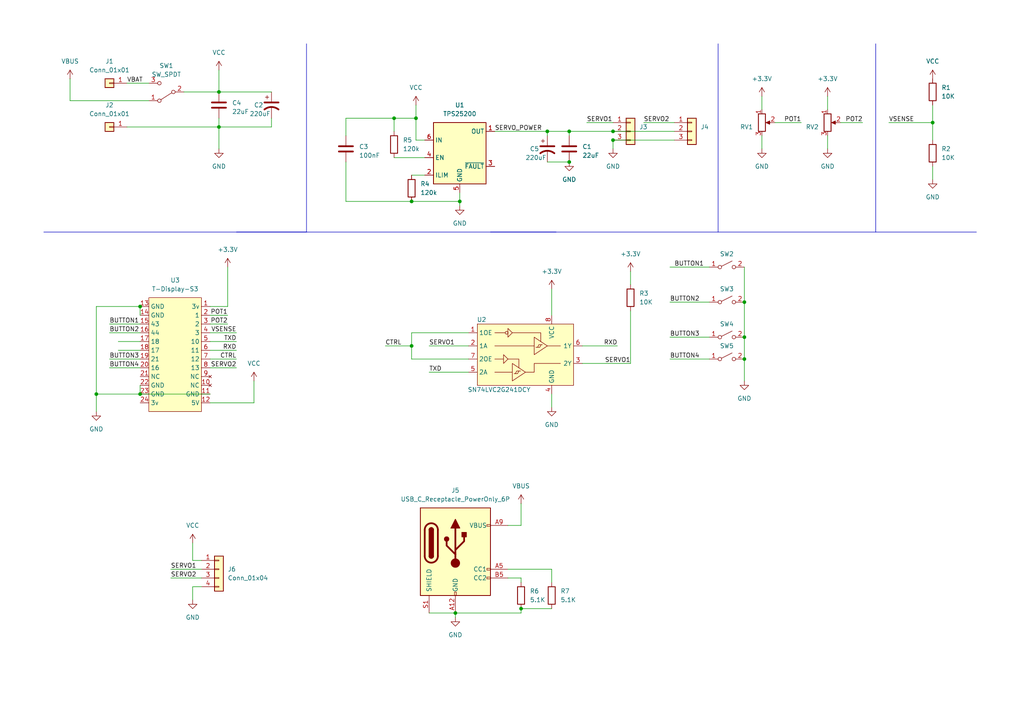
<source format=kicad_sch>
(kicad_sch (version 20250114) (generator "eeschema") (generator_version "9.0")
  (paper "A4")
  (lib_symbols
    (symbol "BuffersLogic_74S:SN74LVC2G241DC"
      (property "Reference" "U2" (at -12.7 8.89 0))
      (property "Value" "SN74LVC2G241DCY" (at -7.62 -11.43 0))
      (symbol "SN74LVC2G241DC_0_1"
        (rectangle (start -13.97 7.62) (end 13.97 -10.16) (fill (type background)))
        (polyline (pts (xy -8.89 5.08) (xy -5.8943 5.0824)))
        (polyline (pts (xy -8.89 -2.54) (xy -6.35 -2.54) (xy -6.35 -1.27) (xy -5.08 -2.54) (xy -6.35 -3.81) (xy -6.35 -2.54)))
        (polyline (pts (xy -8.89 -6.35) (xy -3.81 -6.35) (xy -3.81 -3.81) (xy 0 -6.35) (xy -3.81 -8.89) (xy -3.81 -6.35)))
        (circle (center -5.461 5.08) (radius 0.399))
        (polyline (pts (xy -5.08 5.08) (xy -5.08 5.08) (xy -5.08 6.35) (xy -3.81 5.08) (xy -5.08 3.81) (xy -5.08 5.08)))
        (polyline (pts (xy -5.08 -2.54) (xy -1.905 -2.54) (xy -1.905 -5.08)))
        (polyline (pts (xy -3.81 5.08) (xy 4.445 5.08) (xy 4.445 2.54)))
        (polyline (pts (xy -3.3011 -6.7666) (xy -2.2851 -6.7666) (xy -1.9041 -6.0046) (xy -1.3961 -6.0046)))
        (polyline (pts (xy -2.9201 -6.7666) (xy -2.5391 -6.0046) (xy -1.9041 -6.0046)))
        (polyline (pts (xy 2.54 1.27) (xy 2.54 1.27) (xy -8.89 1.27)))
        (polyline (pts (xy 4.5346 1.628) (xy 4.1536 0.866) (xy 3.5186 0.866)))
        (polyline (pts (xy 4.9156 1.628) (xy 3.8996 1.628) (xy 3.5186 0.866) (xy 3.0106 0.866)))
        (polyline (pts (xy 6.35 1.27) (xy 10.16 1.27)))
        (polyline (pts (xy 6.35 1.27) (xy 2.54 -1.27) (xy 2.54 3.81) (xy 6.35 1.27)))
        (polyline (pts (xy 10.16 -3.81) (xy 2.54 -3.81) (xy 2.54 -6.35) (xy 0 -6.35)))
      )
      (symbol "SN74LVC2G241DC_1_1"
        (pin input line (at -16.51 5.08 0) (length 2.54) (name "1OE") (number "1"))
        (pin input line (at -16.51 1.27 0) (length 2.54) (name "1A") (number "2"))
        (pin input line (at -16.51 -2.54 0) (length 2.54) (name "2OE") (number "7"))
        (pin input line (at -16.51 -6.35 0) (length 2.54) (name "2A") (number "5"))
        (pin power_in line (at 7.62 10.16 270) (length 2.54) (name "VCC") (number "8"))
        (pin power_in line (at 7.62 -12.7 90) (length 2.54) (name "GND") (number "4"))
        (pin output line (at 16.51 1.27 180) (length 2.54) (name "1Y") (number "6"))
        (pin output line (at 16.51 -3.81 180) (length 2.54) (name "2Y") (number "3"))
      )
    )
    (symbol "Connector:USB_C_Receptacle_PowerOnly_6P" (pin_names (offset 1.016))
      (property "Reference" "J" (at 0 16.51 0))
      (property "Value" "USB_C_Receptacle_PowerOnly_6P" (at 0 13.97 0))
      (symbol "USB_C_Receptacle_PowerOnly_6P_0_0"
        (rectangle (start -0.254 -12.7) (end 0.254 -11.684))
        (rectangle (start 10.16 7.874) (end 9.144 7.366))
        (rectangle (start 10.16 -4.826) (end 9.144 -5.334))
        (rectangle (start 10.16 -7.366) (end 9.144 -7.874))
      )
      (symbol "USB_C_Receptacle_PowerOnly_6P_0_1"
        (rectangle (start -10.16 12.7) (end 10.16 -12.7) (stroke (width 0.254)) (fill (type background)))
        (polyline (pts (xy -8.89 -1.27) (xy -8.89 6.35)) (stroke (width 0.508)))
        (rectangle (start -7.62 -1.27) (end -6.35 6.35) (stroke (width 0.254)) (fill (type outline)))
        (arc (start -7.62 6.35) (mid -6.985 6.9823) (end -6.35 6.35) (stroke (width 0.254)))
        (arc (start -7.62 6.35) (mid -6.985 6.9823) (end -6.35 6.35) (stroke (width 0.254)) (fill (type outline)))
        (arc (start -8.89 6.35) (mid -6.985 8.2467) (end -5.08 6.35) (stroke (width 0.508)))
        (arc (start -5.08 -1.27) (mid -6.985 -3.1667) (end -8.89 -1.27) (stroke (width 0.508)))
        (arc (start -6.35 -1.27) (mid -6.985 -1.9023) (end -7.62 -1.27) (stroke (width 0.254)))
        (arc (start -6.35 -1.27) (mid -6.985 -1.9023) (end -7.62 -1.27) (stroke (width 0.254)) (fill (type outline)))
        (polyline (pts (xy -5.08 6.35) (xy -5.08 -1.27)) (stroke (width 0.508)))
        (circle (center -2.54 3.683) (radius 0.635) (stroke (width 0.254)) (fill (type outline)))
        (polyline (pts (xy -1.27 6.858) (xy 0 9.398) (xy 1.27 6.858) (xy -1.27 6.858)) (stroke (width 0.254)) (fill (type outline)))
        (polyline (pts (xy 0 0.508) (xy 2.54 3.048) (xy 2.54 4.318)) (stroke (width 0.508)))
        (polyline (pts (xy 0 -0.762) (xy -2.54 1.778) (xy -2.54 3.048)) (stroke (width 0.508)))
        (polyline (pts (xy 0 -3.302) (xy 0 6.858)) (stroke (width 0.508)))
        (circle (center 0 -3.302) (radius 1.27) (fill (type outline)))
        (rectangle (start 1.905 4.318) (end 3.175 5.588) (stroke (width 0.254)) (fill (type outline)))
      )
      (symbol "USB_C_Receptacle_PowerOnly_6P_1_1"
        (pin passive line (at -7.62 -17.78 90) (length 5.08) (name "SHIELD") (number "S1"))
        (pin passive line (at 0 -17.78 90) (length 5.08) (name "GND") (number "A12"))
        (pin passive line (at 0 -17.78 90) (length 5.08) (hide yes) (name "GND") (number "B12"))
        (pin passive line (at 15.24 7.62 180) (length 5.08) (name "VBUS") (number "A9"))
        (pin passive line (at 15.24 7.62 180) (length 5.08) (hide yes) (name "VBUS") (number "B9"))
        (pin bidirectional line (at 15.24 -5.08 180) (length 5.08) (name "CC1") (number "A5"))
        (pin bidirectional line (at 15.24 -7.62 180) (length 5.08) (name "CC2") (number "B5"))
      )
    )
    (symbol "Connector_Generic:Conn_01x01" (pin_names (offset 1.016) (hide yes))
      (property "Reference" "J" (at 0 2.54 0))
      (property "Value" "Conn_01x01" (at 0 -2.54 0))
      (symbol "Conn_01x01_1_1"
        (rectangle (start -1.27 1.27) (end 1.27 -1.27) (stroke (width 0.254)) (fill (type background)))
        (rectangle (start -1.27 0.127) (end 0 -0.127) (stroke (width 0.1524)))
        (pin passive line (at -5.08 0 0) (length 3.81) (name "Pin_1") (number "1"))
      )
    )
    (symbol "Connector_Generic:Conn_01x03" (pin_names (offset 1.016) (hide yes))
      (property "Reference" "J" (at 0 5.08 0))
      (property "Value" "Conn_01x03" (at 0 -5.08 0))
      (symbol "Conn_01x03_1_1"
        (rectangle (start -1.27 3.81) (end 1.27 -3.81) (stroke (width 0.254)) (fill (type background)))
        (rectangle (start -1.27 2.667) (end 0 2.413) (stroke (width 0.1524)))
        (rectangle (start -1.27 0.127) (end 0 -0.127) (stroke (width 0.1524)))
        (rectangle (start -1.27 -2.413) (end 0 -2.667) (stroke (width 0.1524)))
        (pin passive line (at -5.08 2.54 0) (length 3.81) (name "Pin_1") (number "1"))
        (pin passive line (at -5.08 0 0) (length 3.81) (name "Pin_2") (number "2"))
        (pin passive line (at -5.08 -2.54 0) (length 3.81) (name "Pin_3") (number "3"))
      )
    )
    (symbol "Connector_Generic:Conn_01x04" (pin_names (offset 1.016) (hide yes))
      (property "Reference" "J" (at 0 5.08 0))
      (property "Value" "Conn_01x04" (at 0 -7.62 0))
      (symbol "Conn_01x04_1_1"
        (rectangle (start -1.27 3.81) (end 1.27 -6.35) (stroke (width 0.254)) (fill (type background)))
        (rectangle (start -1.27 2.667) (end 0 2.413) (stroke (width 0.1524)))
        (rectangle (start -1.27 0.127) (end 0 -0.127) (stroke (width 0.1524)))
        (rectangle (start -1.27 -2.413) (end 0 -2.667) (stroke (width 0.1524)))
        (rectangle (start -1.27 -4.953) (end 0 -5.207) (stroke (width 0.1524)))
        (pin passive line (at -5.08 2.54 0) (length 3.81) (name "Pin_1") (number "1"))
        (pin passive line (at -5.08 0 0) (length 3.81) (name "Pin_2") (number "2"))
        (pin passive line (at -5.08 -2.54 0) (length 3.81) (name "Pin_3") (number "3"))
        (pin passive line (at -5.08 -5.08 0) (length 3.81) (name "Pin_4") (number "4"))
      )
    )
    (symbol "Device:C" (pin_numbers (hide yes)) (pin_names (offset 0.254))
      (property "Reference" "C" (at 0.635 2.54 0))
      (property "Value" "C" (at 0.635 -2.54 0))
      (symbol "C_0_1"
        (polyline (pts (xy -2.032 0.762) (xy 2.032 0.762)) (stroke (width 0.508)))
        (polyline (pts (xy -2.032 -0.762) (xy 2.032 -0.762)) (stroke (width 0.508)))
      )
      (symbol "C_1_1"
        (pin passive line (at 0 3.81 270) (length 2.794) (name "~") (number "1"))
        (pin passive line (at 0 -3.81 90) (length 2.794) (name "~") (number "2"))
      )
    )
    (symbol "Device:C_Polarized_US" (pin_numbers (hide yes)) (pin_names (offset 0.254) (hide yes))
      (property "Reference" "C" (at 0.635 2.54 0))
      (property "Value" "C_Polarized_US" (at 0.635 -2.54 0))
      (symbol "C_Polarized_US_0_1"
        (polyline (pts (xy -2.032 0.762) (xy 2.032 0.762)) (stroke (width 0.508)))
        (polyline (pts (xy -1.778 2.286) (xy -0.762 2.286)))
        (polyline (pts (xy -1.27 1.778) (xy -1.27 2.794)))
        (arc (start -2.032 -1.27) (mid 0 -0.5572) (end 2.032 -1.27) (stroke (width 0.508)))
      )
      (symbol "C_Polarized_US_1_1"
        (pin passive line (at 0 3.81 270) (length 2.794) (name "~") (number "1"))
        (pin passive line (at 0 -3.81 90) (length 3.302) (name "~") (number "2"))
      )
    )
    (symbol "Device:R" (pin_numbers (hide yes)) (pin_names (offset 0))
      (property "Reference" "R" (at 2.032 0 90))
      (property "Value" "R" (at 0 0 90))
      (symbol "R_0_1"
        (rectangle (start -1.016 -2.54) (end 1.016 2.54) (stroke (width 0.254)))
      )
      (symbol "R_1_1"
        (pin passive line (at 0 3.81 270) (length 1.27) (name "~") (number "1"))
        (pin passive line (at 0 -3.81 90) (length 1.27) (name "~") (number "2"))
      )
    )
    (symbol "Device:R_Potentiometer" (pin_names (offset 1.016) (hide yes))
      (property "Reference" "RV" (at -4.445 0 90))
      (property "Value" "R_Potentiometer" (at -2.54 0 90))
      (symbol "R_Potentiometer_0_1"
        (rectangle (start 1.016 2.54) (end -1.016 -2.54) (stroke (width 0.254)))
        (polyline (pts (xy 1.143 0) (xy 2.286 0.508) (xy 2.286 -0.508) (xy 1.143 0)) (fill (type outline)))
        (polyline (pts (xy 2.54 0) (xy 1.524 0)))
      )
      (symbol "R_Potentiometer_1_1"
        (pin passive line (at 0 3.81 270) (length 1.27) (name "1") (number "1"))
        (pin passive line (at 0 -3.81 90) (length 1.27) (name "3") (number "3"))
        (pin passive line (at 3.81 0 180) (length 1.27) (name "2") (number "2"))
      )
    )
    (symbol "Switch:SW_SPDT" (pin_names (offset 0) (hide yes))
      (property "Reference" "SW" (at 0 4.318 0))
      (property "Value" "SW_SPDT" (at 0 -5.08 0))
      (symbol "SW_SPDT_0_0"
        (circle (center -2.032 0) (radius 0.508))
        (circle (center 2.032 -2.54) (radius 0.508))
      )
      (symbol "SW_SPDT_0_1"
        (polyline (pts (xy -1.524 0.254) (xy 1.651 2.286)))
        (circle (center 2.032 2.54) (radius 0.508))
      )
      (symbol "SW_SPDT_1_1"
        (pin passive line (at -5.08 0 0) (length 2.54) (name "B") (number "2"))
        (pin passive line (at 5.08 2.54 180) (length 2.54) (name "A") (number "1"))
        (pin passive line (at 5.08 -2.54 180) (length 2.54) (name "C") (number "3"))
      )
    )
    (symbol "Switch:SW_SPST" (pin_names (offset 0) (hide yes))
      (property "Reference" "SW" (at 0 3.175 0))
      (property "Value" "SW_SPST" (at 0 -2.54 0))
      (symbol "SW_SPST_0_0"
        (circle (center -2.032 0) (radius 0.508))
        (polyline (pts (xy -1.524 0.254) (xy 1.524 1.778)))
        (circle (center 2.032 0) (radius 0.508))
      )
      (symbol "SW_SPST_1_1"
        (pin passive line (at -5.08 0 0) (length 2.54) (name "A") (number "1"))
        (pin passive line (at 5.08 0 180) (length 2.54) (name "B") (number "2"))
      )
    )
    (symbol "power:+3.3V" (power) (pin_names (offset 0))
      (property "Value" "+3.3V" (at 0 3.556 0))
      (symbol "+3.3V_0_1"
        (polyline (pts (xy -0.762 1.27) (xy 0 2.54)))
        (polyline (pts (xy 0 2.54) (xy 0.762 1.27)))
        (polyline (pts (xy 0 0) (xy 0 2.54)))
      )
      (symbol "+3.3V_1_1"
        (pin power_in line (at 0 0 90) (length 0) (hide yes) (name "+3.3V") (number "1"))
      )
    )
    (symbol "power:GND" (power) (pin_names (offset 0))
      (property "Value" "GND" (at 0 -3.81 0))
      (symbol "GND_0_1"
        (polyline (pts (xy 0 0) (xy 0 -1.27) (xy 1.27 -1.27) (xy 0 -2.54) (xy -1.27 -1.27) (xy 0 -1.27)))
      )
      (symbol "GND_1_1"
        (pin power_in line (at 0 0 270) (length 0) (hide yes) (name "GND") (number "1"))
      )
    )
    (symbol "power:VBUS" (power) (pin_numbers (hide yes)) (pin_names (offset 0) (hide yes))
      (property "Value" "VBUS" (at 0 3.556 0))
      (symbol "VBUS_0_1"
        (polyline (pts (xy -0.762 1.27) (xy 0 2.54)))
        (polyline (pts (xy 0 2.54) (xy 0.762 1.27)))
        (polyline (pts (xy 0 0) (xy 0 2.54)))
      )
      (symbol "VBUS_1_1"
        (pin power_in line (at 0 0 90) (length 0) (name "~") (number "1"))
      )
    )
    (symbol "power:VCC" (power) (pin_names (offset 0))
      (property "Value" "VCC" (at 0 3.81 0))
      (symbol "VCC_0_1"
        (polyline (pts (xy -0.762 1.27) (xy 0 2.54)))
        (polyline (pts (xy 0 2.54) (xy 0.762 1.27)))
        (polyline (pts (xy 0 0) (xy 0 2.54)))
      )
      (symbol "VCC_1_1"
        (pin power_in line (at 0 0 90) (length 0) (hide yes) (name "VCC") (number "1"))
      )
    )
    (symbol "shurik-personal:T-Display-S3"
      (property "Reference" "U" (at -16.51 -2.54 0))
      (property "Value" "T-Display-S3" (at -11.43 -5.08 0))
      (symbol "T-Display-S3_0_1"
        (rectangle (start -15.24 33.02) (end 0 0) (fill (type background)))
      )
      (symbol "T-Display-S3_1_1"
        (pin power_in line (at -17.78 30.48 0) (length 2.54) (name "GND") (number "13"))
        (pin power_in line (at -17.78 27.94 0) (length 2.54) (name "GND") (number "14"))
        (pin bidirectional line (at -17.78 25.4 0) (length 2.54) (name "43") (number "15"))
        (pin bidirectional line (at -17.78 22.86 0) (length 2.54) (name "44") (number "16"))
        (pin bidirectional line (at -17.78 20.32 0) (length 2.54) (name "18") (number "17"))
        (pin bidirectional line (at -17.78 17.78 0) (length 2.54) (name "17") (number "18"))
        (pin bidirectional line (at -17.78 15.24 0) (length 2.54) (name "21") (number "19"))
        (pin bidirectional line (at -17.78 12.7 0) (length 2.54) (name "16") (number "20"))
        (pin bidirectional line (at -17.78 10.16 0) (length 2.54) (name "NC") (number "21"))
        (pin power_in line (at -17.78 7.62 0) (length 2.54) (name "GND") (number "22"))
        (pin power_in line (at -17.78 5.08 0) (length 2.54) (name "GND") (number "23"))
        (pin power_in line (at -17.78 2.54 0) (length 2.54) (name "3v") (number "24"))
        (pin power_in line (at 2.54 30.48 180) (length 2.54) (name "3v") (number "1"))
        (pin bidirectional line (at 2.54 27.94 180) (length 2.54) (name "1") (number "2"))
        (pin bidirectional line (at 2.54 25.4 180) (length 2.54) (name "2") (number "3"))
        (pin bidirectional line (at 2.54 22.86 180) (length 2.54) (name "3") (number "4"))
        (pin bidirectional line (at 2.54 20.32 180) (length 2.54) (name "10") (number "5"))
        (pin bidirectional line (at 2.54 17.78 180) (length 2.54) (name "11") (number "6"))
        (pin bidirectional line (at 2.54 15.24 180) (length 2.54) (name "12") (number "7"))
        (pin bidirectional line (at 2.54 12.7 180) (length 2.54) (name "13") (number "8"))
        (pin no_connect line (at 2.54 10.16 180) (length 2.54) (name "NC") (number "9"))
        (pin no_connect line (at 2.54 7.62 180) (length 2.54) (name "NC") (number "10"))
        (pin power_in line (at 2.54 5.08 180) (length 2.54) (name "GND") (number "11"))
        (pin power_in line (at 2.54 2.54 180) (length 2.54) (name "5V") (number "12"))
      )
    )
    (symbol "shurik-personal:TPS25200"
      (property "Reference" "U" (at -7.62 -11.43 0))
      (property "Value" "TPS25200" (at -7.62 8.89 0))
      (symbol "TPS25200_0_1"
        (rectangle (start -7.62 7.62) (end 7.62 -10.16) (stroke (width 0.254)) (fill (type background)))
      )
      (symbol "TPS25200_1_1"
        (pin power_in line (at -10.16 2.54 0) (length 2.54) (name "IN") (number "6"))
        (pin input line (at -10.16 -2.54 0) (length 2.54) (name "EN") (number "4"))
        (pin passive line (at -10.16 -7.62 0) (length 2.54) (name "ILIM") (number "2"))
        (pin power_in line (at 0 -12.7 90) (length 2.54) (name "GND") (number "5"))
        (pin passive line (at 0 -12.7 90) (length 2.54) (hide yes) (name "GND") (number "7"))
        (pin power_out line (at 10.16 5.08 180) (length 2.54) (name "OUT") (number "1"))
        (pin open_collector line (at 10.16 -5.08 180) (length 2.54) (name "~{FAULT}") (number "3"))
      )
    )
  )
  (junction (at 119.38 100.33))
  (junction (at 119.38 58.42))
  (junction (at 27.94 114.3))
  (junction (at 158.75 38.1))
  (junction (at 215.9 97.79))
  (junction (at 165.1 46.99))
  (junction (at 215.9 87.63))
  (junction (at 151.13 176.53))
  (junction (at 270.51 35.56))
  (junction (at 120.65 34.29))
  (junction (at 165.1 38.1))
  (junction (at 40.64 114.3))
  (junction (at 133.35 58.42))
  (junction (at 215.9 104.14))
  (junction (at 114.3 34.29))
  (junction (at 40.64 88.9))
  (junction (at 132.08 177.8))
  (junction (at 177.8 38.1))
  (junction (at 63.5 26.67))
  (junction (at 63.5 36.83))
  (junction (at 177.8 40.64))
  (wire (pts (xy 66.04 77.47) (xy 66.04 88.9)))
  (wire (pts (xy 151.13 176.53) (xy 151.13 177.8)))
  (wire (pts (xy 34.29 101.6) (xy 40.64 101.6)))
  (wire (pts (xy 20.32 22.86) (xy 20.32 29.21)))
  (wire (pts (xy 55.88 170.18) (xy 55.88 173.99)))
  (wire (pts (xy 250.19 35.56) (xy 243.84 35.56)))
  (wire (pts (xy 133.35 58.42) (xy 133.35 55.88)))
  (wire (pts (xy 123.19 40.64) (xy 120.65 40.64)))
  (wire (pts (xy 270.51 48.26) (xy 270.51 52.07)))
  (wire (pts (xy 114.3 34.29) (xy 120.65 34.29)))
  (wire (pts (xy 240.03 43.18) (xy 240.03 39.37)))
  (wire (pts (xy 60.96 96.52) (xy 68.58 96.52)))
  (wire (pts (xy 63.5 36.83) (xy 78.74 36.83)))
  (wire (pts (xy 31.75 93.98) (xy 40.64 93.98)))
  (wire (pts (xy 60.96 101.6) (xy 68.58 101.6)))
  (wire (pts (xy 232.41 35.56) (xy 224.79 35.56)))
  (wire (pts (xy 165.1 38.1) (xy 177.8 38.1)))
  (wire (pts (xy 40.64 114.3) (xy 60.96 114.3)))
  (wire (pts (xy 186.69 35.56) (xy 195.58 35.56)))
  (wire (pts (xy 147.32 167.64) (xy 151.13 167.64)))
  (wire (pts (xy 119.38 58.42) (xy 100.33 58.42)))
  (wire (pts (xy 111.76 100.33) (xy 119.38 100.33)))
  (wire (pts (xy 257.81 35.56) (xy 270.51 35.56)))
  (wire (pts (xy 60.96 93.98) (xy 66.04 93.98)))
  (wire (pts (xy 100.33 34.29) (xy 100.33 39.37)))
  (wire (pts (xy 165.1 38.1) (xy 165.1 39.37)))
  (wire (pts (xy 160.02 114.3) (xy 160.02 118.11)))
  (wire (pts (xy 158.75 38.1) (xy 165.1 38.1)))
  (wire (pts (xy 63.5 26.67) (xy 78.74 26.67)))
  (wire (pts (xy 60.96 106.68) (xy 68.58 106.68)))
  (wire (pts (xy 215.9 77.47) (xy 215.9 87.63)))
  (wire (pts (xy 177.8 38.1) (xy 195.58 38.1)))
  (wire (pts (xy 60.96 91.44) (xy 66.04 91.44)))
  (wire (pts (xy 151.13 176.53) (xy 160.02 176.53)))
  (wire (pts (xy 60.96 99.06) (xy 68.58 99.06)))
  (wire (pts (xy 100.33 46.99) (xy 100.33 58.42)))
  (wire (pts (xy 132.08 177.8) (xy 132.08 179.07)))
  (wire (pts (xy 194.31 77.47) (xy 205.74 77.47)))
  (polyline (pts (xy 161.29 67.31) (xy 142.24 67.31)))
  (wire (pts (xy 114.3 34.29) (xy 114.3 38.1)))
  (wire (pts (xy 31.75 106.68) (xy 40.64 106.68)))
  (wire (pts (xy 49.53 165.1) (xy 58.42 165.1)))
  (wire (pts (xy 36.83 36.83) (xy 63.5 36.83)))
  (wire (pts (xy 240.03 31.75) (xy 240.03 27.94)))
  (wire (pts (xy 27.94 88.9) (xy 27.94 114.3)))
  (wire (pts (xy 119.38 96.52) (xy 119.38 100.33)))
  (wire (pts (xy 158.75 46.99) (xy 165.1 46.99)))
  (wire (pts (xy 63.5 36.83) (xy 63.5 43.18)))
  (wire (pts (xy 73.66 110.49) (xy 73.66 116.84)))
  (wire (pts (xy 55.88 157.48) (xy 55.88 162.56)))
  (wire (pts (xy 31.75 96.52) (xy 40.64 96.52)))
  (wire (pts (xy 27.94 114.3) (xy 27.94 119.38)))
  (wire (pts (xy 270.51 35.56) (xy 270.51 40.64)))
  (wire (pts (xy 40.64 88.9) (xy 40.64 91.44)))
  (wire (pts (xy 220.98 43.18) (xy 220.98 39.37)))
  (wire (pts (xy 133.35 59.69) (xy 133.35 58.42)))
  (wire (pts (xy 124.46 107.95) (xy 135.89 107.95)))
  (wire (pts (xy 170.18 35.56) (xy 177.8 35.56)))
  (wire (pts (xy 177.8 40.64) (xy 177.8 43.18)))
  (wire (pts (xy 119.38 100.33) (xy 119.38 104.14)))
  (wire (pts (xy 182.88 82.55) (xy 182.88 78.74)))
  (wire (pts (xy 194.31 97.79) (xy 205.74 97.79)))
  (wire (pts (xy 27.94 114.3) (xy 40.64 114.3)))
  (wire (pts (xy 119.38 104.14) (xy 135.89 104.14)))
  (wire (pts (xy 58.42 170.18) (xy 55.88 170.18)))
  (wire (pts (xy 120.65 30.48) (xy 120.65 34.29)))
  (wire (pts (xy 60.96 116.84) (xy 73.66 116.84)))
  (wire (pts (xy 182.88 90.17) (xy 182.88 105.41)))
  (wire (pts (xy 119.38 58.42) (xy 133.35 58.42)))
  (wire (pts (xy 194.31 87.63) (xy 205.74 87.63)))
  (wire (pts (xy 36.83 24.13) (xy 43.18 24.13)))
  (polyline (pts (xy 88.9 12.7) (xy 88.9 67.31)))
  (wire (pts (xy 177.8 40.64) (xy 195.58 40.64)))
  (wire (pts (xy 215.9 87.63) (xy 215.9 97.79)))
  (wire (pts (xy 143.51 38.1) (xy 158.75 38.1)))
  (wire (pts (xy 194.31 104.14) (xy 205.74 104.14)))
  (wire (pts (xy 63.5 34.29) (xy 63.5 36.83)))
  (wire (pts (xy 60.96 88.9) (xy 66.04 88.9)))
  (wire (pts (xy 34.29 99.06) (xy 40.64 99.06)))
  (wire (pts (xy 43.18 29.21) (xy 20.32 29.21)))
  (wire (pts (xy 220.98 31.75) (xy 220.98 27.94)))
  (wire (pts (xy 168.91 100.33) (xy 179.07 100.33)))
  (wire (pts (xy 168.91 105.41) (xy 182.88 105.41)))
  (wire (pts (xy 124.46 100.33) (xy 135.89 100.33)))
  (wire (pts (xy 158.75 38.1) (xy 158.75 39.37)))
  (wire (pts (xy 58.42 162.56) (xy 55.88 162.56)))
  (wire (pts (xy 151.13 152.4) (xy 151.13 146.05)))
  (wire (pts (xy 132.08 177.8) (xy 151.13 177.8)))
  (wire (pts (xy 151.13 167.64) (xy 151.13 168.91)))
  (polyline (pts (xy 254 12.7) (xy 254 67.31)))
  (polyline (pts (xy 88.9 67.31) (xy 68.58 67.31)))
  (wire (pts (xy 119.38 96.52) (xy 135.89 96.52)))
  (wire (pts (xy 60.96 104.14) (xy 68.58 104.14)))
  (wire (pts (xy 147.32 165.1) (xy 160.02 165.1)))
  (wire (pts (xy 40.64 111.76) (xy 40.64 114.3)))
  (wire (pts (xy 270.51 30.48) (xy 270.51 35.56)))
  (wire (pts (xy 147.32 152.4) (xy 151.13 152.4)))
  (wire (pts (xy 78.74 34.29) (xy 78.74 36.83)))
  (wire (pts (xy 160.02 83.82) (xy 160.02 91.44)))
  (wire (pts (xy 49.53 167.64) (xy 58.42 167.64)))
  (wire (pts (xy 40.64 88.9) (xy 27.94 88.9)))
  (wire (pts (xy 120.65 34.29) (xy 120.65 40.64)))
  (wire (pts (xy 160.02 165.1) (xy 160.02 168.91)))
  (polyline (pts (xy 12.7 67.31) (xy 283.21 67.31)))
  (wire (pts (xy 124.46 177.8) (xy 132.08 177.8)))
  (wire (pts (xy 114.3 34.29) (xy 100.33 34.29)))
  (wire (pts (xy 215.9 97.79) (xy 215.9 104.14)))
  (wire (pts (xy 215.9 104.14) (xy 215.9 110.49)))
  (wire (pts (xy 63.5 20.32) (xy 63.5 26.67)))
  (polyline (pts (xy 208.28 12.7) (xy 208.28 67.31)))
  (wire (pts (xy 31.75 104.14) (xy 40.64 104.14)))
  (wire (pts (xy 114.3 45.72) (xy 123.19 45.72)))
  (wire (pts (xy 53.34 26.67) (xy 63.5 26.67)))
  (wire (pts (xy 119.38 50.8) (xy 123.19 50.8)))
  (label "BUTTON2" (at 31.75 96.52 0))
  (label "SERVO2" (at 68.58 106.68 180))
  (label "BUTTON4" (at 31.75 106.68 0))
  (label "SERVO_POWER" (at 143.51 38.1 0))
  (label "RXD" (at 179.07 100.33 180))
  (label "BUTTON4" (at 194.31 104.14 0))
  (label "POT2" (at 250.19 35.56 180))
  (label "TXD" (at 124.46 107.95 0))
  (label "POT1" (at 66.04 91.44 180))
  (label "POT2" (at 66.04 93.98 180))
  (label "SERVO1" (at 49.53 165.1 0))
  (label "BUTTON1" (at 195.58 77.47 0))
  (label "CTRL" (at 68.58 104.14 180))
  (label "VSENSE" (at 68.58 96.52 180))
  (label "BUTTON3" (at 31.75 104.14 0))
  (label "SERVO1" (at 170.18 35.56 0))
  (label "SERVO2" (at 49.53 167.64 0))
  (label "BUTTON2" (at 194.31 87.63 0))
  (label "BUTTON3" (at 194.31 97.79 0))
  (label "VSENSE" (at 257.81 35.56 0))
  (label "SERVO1" (at 124.46 100.33 0))
  (label "POT1" (at 232.41 35.56 180))
  (label "CTRL" (at 111.76 100.33 0))
  (label "SERVO2" (at 186.69 35.56 0))
  (label "VBAT" (at 36.83 24.13 0))
  (label "SERVO1" (at 182.88 105.41 180))
  (label "TXD" (at 68.58 99.06 180))
  (label "BUTTON1" (at 31.75 93.98 0))
  (label "RXD" (at 68.58 101.6 180))
  (symbol (lib_id "Connector_Generic:Conn_01x03") (at 200.66 38.1 0) (unit 1)
    (property "Reference" "J4" (at 203.2 36.83 0) (effects (justify left)))
    (property "Value" "Conn_01x03" (effects (hide yes)))
    (property "Footprint" "Connector_PinHeader_2.54mm:PinHeader_1x03_P2.54mm_Vertical" (effects (hide yes)))
    (property "LCSC PN" "C2937625" (effects (hide yes)))
    (property "FT Rotation Offset" "90" (effects (hide yes)))
  )
  (symbol (lib_id "Connector:USB_C_Receptacle_PowerOnly_6P") (at 132.08 160.02 0) (unit 1)
    (property "Reference" "J5" (at 132.08 142.24 0))
    (property "Value" "USB_C_Receptacle_PowerOnly_6P" (at 132.08 144.78 0))
    (property "Footprint" "Shurik personal:USB_C_Receptacle_C30167331" (effects (hide yes)))
    (property "Datasheet" "https://www.usb.org/sites/default/files/documents/usb_type-c.zip" (effects (hide yes)))
    (property "Description" "USB Power-Only 6P Type-C Receptacle connector" (effects (hide yes)))
    (property "LCSC PN" "C30167331" (effects (hide yes)))
  )
  (symbol (lib_id "Device:C") (at 100.33 43.18 0) (unit 1)
    (property "Reference" "C3" (at 104.14 42.545 0) (effects (justify left)))
    (property "Value" "100nF" (at 104.14 45.085 0) (effects (justify left)))
    (property "Footprint" "Capacitor_SMD:C_0603_1608Metric" (effects (hide yes)))
    (property "LCSC" "C14663" (effects (hide yes)))
  )
  (symbol (lib_id "Switch:SW_SPST") (at 210.82 104.14 0) (unit 1)
    (property "Reference" "SW5" (at 210.82 100.33 0))
    (property "Value" "SW_SPST" (effects (hide yes)))
    (property "Footprint" "Button_Switch_THT:SW_TH_Tactile_Omron_B3F-10xx" (effects (hide yes)))
    (property "LCSC" "C2885143" (effects (hide yes)))
  )
  (symbol (lib_id "power:+3.3V") (at 160.02 83.82 0) (unit 1)
    (property "Reference" "#PWR019" (effects (hide yes)))
    (property "Value" "+3.3V" (at 160.02 78.74 0))
  )
  (symbol (lib_id "Device:C_Polarized_US") (at 78.74 30.48 0) (unit 1)
    (property "Reference" "C2" (at 73.66 30.48 0) (effects (justify left)))
    (property "Value" "220uF" (at 72.39 33.02 0) (effects (justify left)))
    (property "Footprint" "Capacitor_SMD:CP_Elec_6.3x7.7" (effects (hide yes)))
    (property "LCSC" "C96175" (effects (hide yes)))
    (property "FT Rotation Offset" "180" (effects (hide yes)))
  )
  (symbol (lib_id "power:GND") (at 55.88 173.99 0) (unit 1)
    (property "Reference" "#PWR024" (effects (hide yes)))
    (property "Value" "GND" (at 55.88 179.07 0))
  )
  (symbol (lib_id "power:VCC") (at 73.66 110.49 0) (unit 1)
    (property "Reference" "#PWR03" (effects (hide yes)))
    (property "Value" "VCC" (at 73.66 105.41 0))
  )
  (symbol (lib_id "power:GND") (at 270.51 52.07 0) (unit 1)
    (property "Reference" "#PWR014" (effects (hide yes)))
    (property "Value" "GND" (at 270.51 57.15 0))
  )
  (symbol (lib_id "power:GND") (at 215.9 110.49 0) (unit 1)
    (property "Reference" "#PWR021" (effects (hide yes)))
    (property "Value" "GND" (at 215.9 115.57 0))
  )
  (symbol (lib_id "Switch:SW_SPST") (at 210.82 87.63 0) (unit 1)
    (property "Reference" "SW3" (at 210.82 83.82 0))
    (property "Value" "SW_SPST" (effects (hide yes)))
    (property "Footprint" "Button_Switch_THT:SW_TH_Tactile_Omron_B3F-10xx" (effects (hide yes)))
    (property "LCSC" "C2885143" (effects (hide yes)))
  )
  (symbol (lib_id "Connector_Generic:Conn_01x03") (at 182.88 38.1 0) (unit 1)
    (property "Reference" "J3" (at 185.42 36.83 0) (effects (justify left)))
    (property "Value" "Conn_01x03" (effects (hide yes)))
    (property "Footprint" "Connector_PinHeader_2.54mm:PinHeader_1x03_P2.54mm_Vertical" (effects (hide yes)))
    (property "LCSC PN" "C2937625" (effects (hide yes)))
    (property "FT Rotation Offset" "90" (effects (hide yes)))
  )
  (symbol (lib_id "Switch:SW_SPST") (at 210.82 77.47 0) (unit 1)
    (property "Reference" "SW2" (at 210.82 73.66 0))
    (property "Value" "SW_SPST" (effects (hide yes)))
    (property "Footprint" "Button_Switch_THT:SW_TH_Tactile_Omron_B3F-10xx" (effects (hide yes)))
    (property "LCSC" "C2885143" (effects (hide yes)))
  )
  (symbol (lib_id "power:GND") (at 240.03 43.18 0) (unit 1)
    (property "Reference" "#PWR013" (effects (hide yes)))
    (property "Value" "GND" (at 240.03 48.26 0))
  )
  (symbol (lib_id "Device:C") (at 63.5 30.48 0) (unit 1)
    (property "Reference" "C4" (at 67.31 29.845 0) (effects (justify left)))
    (property "Value" "22uF" (at 67.31 32.385 0) (effects (justify left)))
    (property "Footprint" "Capacitor_SMD:C_0805_2012Metric" (effects (hide yes)))
    (property "LCSC" "C45783" (effects (hide yes)))
  )
  (symbol (lib_id "power:VCC") (at 63.5 20.32 0) (unit 1)
    (property "Reference" "#PWR02" (effects (hide yes)))
    (property "Value" "VCC" (at 63.5 15.24 0))
  )
  (symbol (lib_id "Device:R_Potentiometer") (at 240.03 35.56 0) (unit 1)
    (property "Reference" "RV2" (at 237.49 36.83 0) (effects (justify right)))
    (property "Value" "R_Potentiometer" (effects (hide yes)))
    (property "Footprint" "Potentiometer_THT:Potentiometer_Bourns_PTV09A-1_Single_Vertical" (effects (hide yes)))
    (property "Datasheet" "https://www.bourns.com/docs/product-datasheets/PTV09.pdf" (effects (hide yes)))
  )
  (symbol (lib_id "shurik-personal:TPS25200") (at 133.35 43.18 0) (unit 1)
    (property "Reference" "U1" (at 133.35 30.48 0))
    (property "Value" "TPS25200" (at 133.35 33.02 0))
    (property "Footprint" "Package_SON:WSON-6-1EP_2x2mm_P0.65mm_EP1x1.6mm" (effects (hide yes)))
    (property "Datasheet" "https://www.ti.com/lit/ds/symlink/tps25200.pdf" (effects (hide yes)))
    (property "Description" "eFuse With Precision Adjustable Current Limit" (effects (hide yes)))
  )
  (symbol (lib_id "power:GND") (at 165.1 46.99 0) (unit 1)
    (property "Reference" "#PWR06" (effects (hide yes)))
    (property "Value" "GND" (at 165.1 52.07 0))
  )
  (symbol (lib_id "power:GND") (at 160.02 118.11 0) (unit 1)
    (property "Reference" "#PWR022" (effects (hide yes)))
    (property "Value" "GND" (at 160.02 123.19 0))
  )
  (symbol (lib_id "Connector_Generic:Conn_01x01") (at 31.75 36.83 180) (unit 1)
    (property "Reference" "J2" (at 31.75 30.48 0))
    (property "Value" "Conn_01x01" (at 31.75 33.02 0))
    (property "Footprint" "shurik-personal:connector-1p-generic-nosilk" (effects (hide yes)))
  )
  (symbol (lib_id "power:GND") (at 133.35 59.69 0) (unit 1)
    (property "Reference" "#PWR04" (effects (hide yes)))
    (property "Value" "GND" (at 133.35 64.77 0))
  )
  (symbol (lib_id "power:VCC") (at 270.51 22.86 0) (unit 1)
    (property "Reference" "#PWR05" (effects (hide yes)))
    (property "Value" "VCC" (at 270.51 17.78 0))
  )
  (symbol (lib_id "power:GND") (at 220.98 43.18 0) (unit 1)
    (property "Reference" "#PWR012" (effects (hide yes)))
    (property "Value" "GND" (at 220.98 48.26 0))
  )
  (symbol (lib_id "Connector_Generic:Conn_01x04") (at 63.5 165.1 0) (unit 1)
    (property "Reference" "J6" (at 66.04 165.0999 0) (effects (justify left)))
    (property "Value" "Conn_01x04" (at 66.04 167.6399 0) (effects (justify left)))
    (property "Footprint" "shurik-personal:connector-4p-generic-nosilk" (effects (hide yes)))
    (property "Description" "Generic connector, single row, 01x04, script generated (kicad-library-utils/schlib/autogen/connector/)" (effects (hide yes)))
  )
  (symbol (lib_id "power:VBUS") (at 151.13 146.05 0) (unit 1)
    (property "Reference" "#PWR016" (effects (hide yes)))
    (property "Value" "VBUS" (at 151.13 140.97 0))
    (property "Description" "Power symbol creates a global label with name \"VBUS\"" (effects (hide yes)))
  )
  (symbol (lib_id "BuffersLogic_74S:SN74LVC2G241DC") (at 152.4 101.6 0) (unit 1)
    (property "Reference" "U2" (at 139.7 92.71 0))
    (property "Value" "SN74LVC2G241DCY" (at 144.78 113.03 0))
    (property "Footprint" "Package_SO:VSSOP-8_2.3x2mm_P0.5mm" (effects (hide yes)))
    (property "Datasheet" "https://www.ti.com/lit/ds/symlink/sn74lvc2g241.pdf" (effects (hide yes)))
    (property "LCSC" "C10430" (effects (hide yes)))
  )
  (symbol (lib_id "power:+3.3V") (at 240.03 27.94 0) (unit 1)
    (property "Reference" "#PWR09" (effects (hide yes)))
    (property "Value" "+3.3V" (at 240.03 22.86 0))
  )
  (symbol (lib_id "Device:R") (at 270.51 26.67 0) (unit 1)
    (property "Reference" "R1" (at 273.05 25.4 0) (effects (justify left)))
    (property "Value" "10K" (at 273.05 27.94 0) (effects (justify left)))
    (property "Footprint" "Resistor_SMD:R_0603_1608Metric" (effects (hide yes)))
    (property "LCSC" "C25804" (effects (hide yes)))
  )
  (symbol (lib_id "Switch:SW_SPDT") (at 48.26 26.67 180) (unit 1)
    (property "Reference" "SW1" (at 48.26 19.05 0))
    (property "Value" "SW_SPDT" (at 48.26 21.59 0))
    (property "Footprint" "shurik-personal:SW_XKB_SS12D10L3" (effects (hide yes)))
    (property "LCSC" "C319011" (effects (hide yes)))
  )
  (symbol (lib_id "Device:R") (at 270.51 44.45 0) (unit 1)
    (property "Reference" "R2" (at 273.05 43.18 0) (effects (justify left)))
    (property "Value" "10K" (at 273.05 45.72 0) (effects (justify left)))
    (property "Footprint" "Resistor_SMD:R_0603_1608Metric" (effects (hide yes)))
    (property "LCSC" "C25804" (effects (hide yes)))
  )
  (symbol (lib_id "power:GND") (at 63.5 43.18 0) (unit 1)
    (property "Reference" "#PWR010" (effects (hide yes)))
    (property "Value" "GND" (at 63.5 48.26 0))
  )
  (symbol (lib_id "Connector_Generic:Conn_01x01") (at 31.75 24.13 180) (unit 1)
    (property "Reference" "J1" (at 31.75 17.78 0))
    (property "Value" "Conn_01x01" (at 31.75 20.32 0))
    (property "Footprint" "shurik-personal:connector-1p-generic-nosilk" (effects (hide yes)))
  )
  (symbol (lib_id "power:+3.3V") (at 220.98 27.94 0) (unit 1)
    (property "Reference" "#PWR08" (effects (hide yes)))
    (property "Value" "+3.3V" (at 220.98 22.86 0))
  )
  (symbol (lib_id "shurik-personal:T-Display-S3") (at 58.42 119.38 0) (unit 1)
    (property "Reference" "U3" (at 50.8 81.28 0))
    (property "Value" "T-Display-S3" (at 50.8 83.82 0))
    (property "Footprint" "shurik-personal:T-Display-S3" (effects (hide yes)))
  )
  (symbol (lib_id "power:VCC") (at 120.65 30.48 0) (unit 1)
    (property "Reference" "#PWR01" (effects (hide yes)))
    (property "Value" "VCC" (at 120.65 25.4 0))
  )
  (symbol (lib_id "Switch:SW_SPST") (at 210.82 97.79 0) (unit 1)
    (property "Reference" "SW4" (at 210.82 93.98 0))
    (property "Value" "SW_SPST" (effects (hide yes)))
    (property "Footprint" "Button_Switch_THT:SW_TH_Tactile_Omron_B3F-10xx" (effects (hide yes)))
    (property "LCSC" "C2885143" (effects (hide yes)))
  )
  (symbol (lib_id "power:+3.3V") (at 182.88 78.74 0) (unit 1)
    (property "Reference" "#PWR018" (effects (hide yes)))
    (property "Value" "+3.3V" (at 182.88 73.66 0))
  )
  (symbol (lib_id "Device:R") (at 182.88 86.36 0) (unit 1)
    (property "Reference" "R3" (at 185.42 85.09 0) (effects (justify left)))
    (property "Value" "10K" (at 185.42 87.63 0) (effects (justify left)))
    (property "Footprint" "Resistor_SMD:R_0603_1608Metric" (effects (hide yes)))
    (property "LCSC" "C25804" (effects (hide yes)))
  )
  (symbol (lib_id "Device:R") (at 151.13 172.72 0) (unit 1)
    (property "Reference" "R6" (at 153.67 171.45 0) (effects (justify left)))
    (property "Value" "5.1K" (at 153.67 173.99 0) (effects (justify left)))
    (property "Footprint" "Resistor_SMD:R_0603_1608Metric" (effects (hide yes)))
    (property "LCSC" "C23186" (effects (hide yes)))
  )
  (symbol (lib_id "power:GND") (at 177.8 43.18 0) (unit 1)
    (property "Reference" "#PWR011" (effects (hide yes)))
    (property "Value" "GND" (at 177.8 48.26 0))
  )
  (symbol (lib_id "power:GND") (at 132.08 179.07 0) (unit 1)
    (property "Reference" "#PWR015" (effects (hide yes)))
    (property "Value" "GND" (at 132.08 184.15 0))
  )
  (symbol (lib_id "Device:C_Polarized_US") (at 158.75 43.18 0) (unit 1)
    (property "Reference" "C5" (at 153.67 43.18 0) (effects (justify left)))
    (property "Value" "220uF" (at 152.4 45.72 0) (effects (justify left)))
    (property "Footprint" "Capacitor_SMD:CP_Elec_6.3x7.7" (effects (hide yes)))
    (property "LCSC" "C96175" (effects (hide yes)))
    (property "FT Rotation Offset" "180" (effects (hide yes)))
  )
  (symbol (lib_id "power:VBUS") (at 20.32 22.86 0) (unit 1)
    (property "Reference" "#PWR07" (effects (hide yes)))
    (property "Value" "VBUS" (at 20.32 17.78 0))
    (property "Description" "Power symbol creates a global label with name \"VBUS\"" (effects (hide yes)))
  )
  (symbol (lib_id "power:+3.3V") (at 66.04 77.47 0) (unit 1)
    (property "Reference" "#PWR017" (effects (hide yes)))
    (property "Value" "+3.3V" (at 66.04 72.39 0))
  )
  (symbol (lib_id "power:VCC") (at 55.88 157.48 0) (unit 1)
    (property "Reference" "#PWR025" (effects (hide yes)))
    (property "Value" "VCC" (at 55.88 152.4 0))
  )
  (symbol (lib_id "Device:C") (at 165.1 43.18 0) (unit 1)
    (property "Reference" "C1" (at 168.91 42.545 0) (effects (justify left)))
    (property "Value" "22uF" (at 168.91 45.085 0) (effects (justify left)))
    (property "Footprint" "Capacitor_SMD:C_0805_2012Metric" (effects (hide yes)))
    (property "LCSC" "C45783" (effects (hide yes)))
  )
  (symbol (lib_id "Device:R") (at 114.3 41.91 0) (unit 1)
    (property "Reference" "R5" (at 116.84 40.64 0) (effects (justify left)))
    (property "Value" "120k" (at 116.84 43.18 0) (effects (justify left)))
    (property "Footprint" "Resistor_SMD:R_0603_1608Metric" (effects (hide yes)))
    (property "LCSC PN" "C25808" (effects (hide yes)))
  )
  (symbol (lib_id "power:GND") (at 27.94 119.38 0) (unit 1)
    (property "Reference" "#PWR023" (effects (hide yes)))
    (property "Value" "GND" (at 27.94 124.46 0))
  )
  (symbol (lib_id "Device:R") (at 160.02 172.72 0) (unit 1)
    (property "Reference" "R7" (at 162.56 171.45 0) (effects (justify left)))
    (property "Value" "5.1K" (at 162.56 173.99 0) (effects (justify left)))
    (property "Footprint" "Resistor_SMD:R_0603_1608Metric" (effects (hide yes)))
    (property "LCSC" "C23186" (effects (hide yes)))
  )
  (symbol (lib_id "Device:R_Potentiometer") (at 220.98 35.56 0) (unit 1)
    (property "Reference" "RV1" (at 218.44 36.83 0) (effects (justify right)))
    (property "Value" "R_Potentiometer" (effects (hide yes)))
    (property "Footprint" "Potentiometer_THT:Potentiometer_Bourns_PTV09A-1_Single_Vertical" (effects (hide yes)))
    (property "Datasheet" "https://www.bourns.com/docs/product-datasheets/PTV09.pdf" (effects (hide yes)))
    (property "Description" "Linear potentiometer 10k, PTV09A-4225S-B103" (effects (hide yes)))
  )
  (symbol (lib_id "Device:R") (at 119.38 54.61 0) (unit 1)
    (property "Reference" "R4" (at 121.92 53.34 0) (effects (justify left)))
    (property "Value" "120k" (at 121.92 55.88 0) (effects (justify left)))
    (property "Footprint" "Resistor_SMD:R_0603_1608Metric" (effects (hide yes)))
    (property "LCSC PN" "C25808" (effects (hide yes)))
  )
)
</source>
